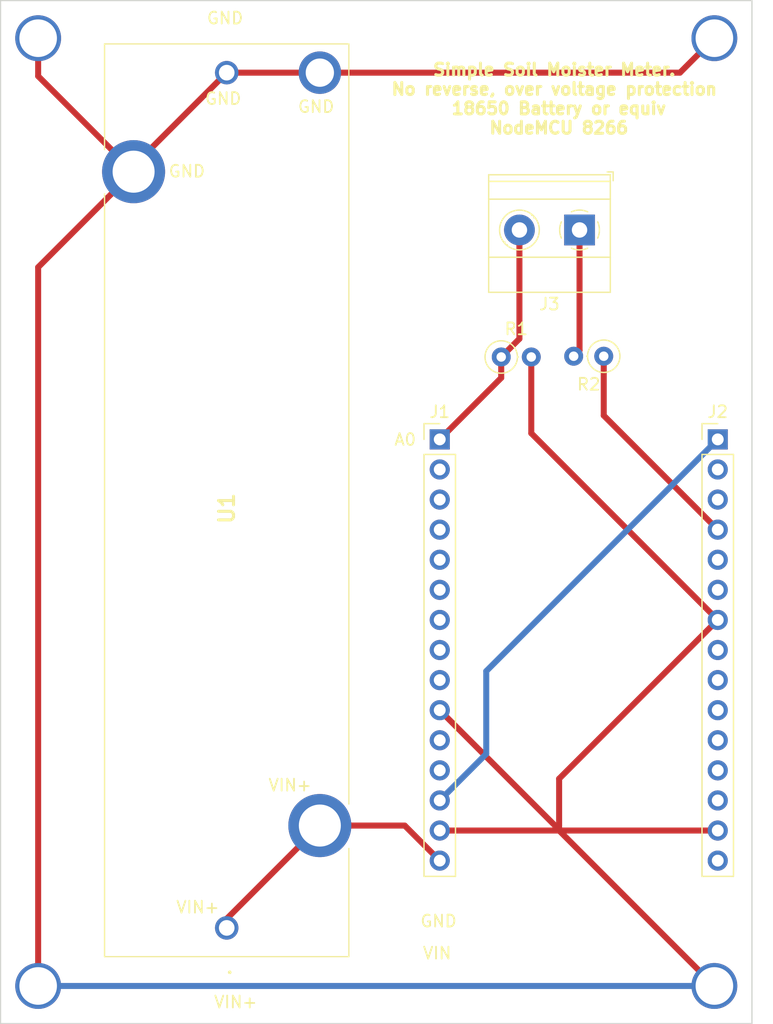
<source format=kicad_pcb>
(kicad_pcb (version 20211014) (generator pcbnew)
  (layers (0 "F.Cu" signal) (31 "B.Cu" signal) (34 "B.Paste" user) (35 "F.Paste" user) (36 "B.SilkS" user "B.Silkscreen") (37 "F.SilkS" user "F.Silkscreen") (38 "B.Mask" user) (39 "F.Mask" user) (44 "Edge.Cuts" user))
  (net 0 "")
  (net 1 "A0")
  (net 2 "RSV1")
  (net 3 "RSV2")
  (net 4 "SD3")
  (net 5 "SD2")
  (net 6 "SD1")
  (net 7 "CMD")
  (net 8 "SDO")
  (net 9 "CLK")
  (net 10 "GND")
  (net 11 "3V#3")
  (net 12 "EN")
  (net 13 "DO")
  (net 14 "VIN")
  (net 15 "D1")
  (net 16 "D2")
  (net 17 "D3")
  (net 18 "D4")
  (net 19 "3V#1")
  (net 20 "D5")
  (net 21 "D6")
  (net 22 "D7")
  (net 23 "D8")
  (net 24 "RX")
  (net 25 "TX")
  (net 26 "3V#2")
  (net 27 "Net-(R2-Pad2)")
  (footprint "Connector_PinHeader_2.54mm:PinHeader_1x15_P2.54mm_Vertical" (layer "F.Cu") (at 174.909169 87.843538)
    (fp_text reference "J2" (at 0 -2.33) (layer "F.SilkS"))
    (fp_text value "Conn_01x15")
    (fp_line (start -1.33 1.27) (end -1.33 36.89) (layer "F.SilkS") (width 0.12))
    (fp_line (start 1.33 1.27) (end 1.33 36.89) (layer "F.SilkS") (width 0.12))
    (fp_line (start -1.33 0) (end -1.33 -1.33) (layer "F.SilkS") (width 0.12))
    (fp_line (start -1.33 36.89) (end 1.33 36.89) (layer "F.SilkS") (width 0.12))
    (fp_line (start -1.33 1.27) (end 1.33 1.27) (layer "F.SilkS") (width 0.12))
    (fp_line (start -1.33 -1.33) (end 0 -1.33) (layer "F.SilkS") (width 0.12))
    (pad "1" thru_hole rect locked (at 0 0) (size 1.7 1.7) (drill 1) (layers *.Cu *.Mask) (net 13 "DO"))
    (pad "2" thru_hole oval locked (at 0 2.54) (size 1.7 1.7) (drill 1) (layers *.Cu *.Mask) (net 15 "D1"))
    (pad "3" thru_hole oval locked (at 0 5.08) (size 1.7 1.7) (drill 1) (layers *.Cu *.Mask) (net 16 "D2"))
    (pad "4" thru_hole oval locked (at 0 7.62) (size 1.7 1.7) (drill 1) (layers *.Cu *.Mask) (net 17 "D3"))
    (pad "5" thru_hole oval locked (at 0 10.16) (size 1.7 1.7) (drill 1) (layers *.Cu *.Mask) (net 18 "D4"))
    (pad "6" thru_hole oval locked (at 0 12.7) (size 1.7 1.7) (drill 1) (layers *.Cu *.Mask) (net 19 "3V#1"))
    (pad "7" thru_hole oval locked (at 0 15.24) (size 1.7 1.7) (drill 1) (layers *.Cu *.Mask) (net 10 "GND"))
    (pad "8" thru_hole oval locked (at 0 17.78) (size 1.7 1.7) (drill 1) (layers *.Cu *.Mask) (net 20 "D5"))
    (pad "9" thru_hole oval locked (at 0 20.32) (size 1.7 1.7) (drill 1) (layers *.Cu *.Mask) (net 21 "D6"))
    (pad "10" thru_hole oval locked (at 0 22.86) (size 1.7 1.7) (drill 1) (layers *.Cu *.Mask) (net 22 "D7"))
    (pad "11" thru_hole oval locked (at 0 25.4) (size 1.7 1.7) (drill 1) (layers *.Cu *.Mask) (net 23 "D8"))
    (pad "12" thru_hole oval locked (at 0 27.94) (size 1.7 1.7) (drill 1) (layers *.Cu *.Mask) (net 24 "RX"))
    (pad "13" thru_hole oval locked (at 0 30.48) (size 1.7 1.7) (drill 1) (layers *.Cu *.Mask) (net 25 "TX"))
    (pad "14" thru_hole oval locked (at 0 33.02) (size 1.7 1.7) (drill 1) (layers *.Cu *.Mask) (net 10 "GND"))
    (pad "15" thru_hole oval locked (at 0 35.56) (size 1.7 1.7) (drill 1) (layers *.Cu *.Mask) (net 26 "3V#2"))
  )
  (footprint "Resistor_THT:R_Axial_DIN0207_L6.3mm_D2.5mm_P2.54mm_Vertical" (layer "F.Cu") (at 165.273403 80.822193 180)
    (fp_text reference "R2" (at 1.27 -2.37) (layer "F.SilkS"))
    (fp_text value "10K")
    (fp_line (start 1.37 0) (end 1.44 0) (layer "F.SilkS") (width 0.12))
    (fp_circle (center 0 0) (end 1.37 0) (layer "F.SilkS") (width 0.12) (fill none))
    (pad "1" thru_hole circle locked (at 0 0 180) (size 1.6 1.6) (drill 0.8) (layers *.Cu *.Mask) (net 17 "D3"))
    (pad "2" thru_hole oval locked (at 2.54 0 180) (size 1.6 1.6) (drill 0.8) (layers *.Cu *.Mask) (net 27 "Net-(R2-Pad2)"))
  )
  (footprint "Resistor_THT:R_Axial_DIN0207_L6.3mm_D2.5mm_P2.54mm_Vertical" (layer "F.Cu") (at 156.610887 80.886404)
    (fp_text reference "R1" (at 1.27 -2.37) (layer "F.SilkS"))
    (fp_text value "1M")
    (fp_line (start 1.37 0) (end 1.44 0) (layer "F.SilkS") (width 0.12))
    (fp_circle (center 0 0) (end 1.37 0) (layer "F.SilkS") (width 0.12) (fill none))
    (pad "1" thru_hole circle locked (at 0 0) (size 1.6 1.6) (drill 0.8) (layers *.Cu *.Mask) (net 1 "A0"))
    (pad "2" thru_hole oval locked (at 2.54 0) (size 1.6 1.6) (drill 0.8) (layers *.Cu *.Mask) (net 10 "GND"))
  )
  (footprint "TerminalBlock_Phoenix:TerminalBlock_Phoenix_MKDS-1,5-2-5.08_1x02_P5.08mm_Horizontal" (layer "F.Cu") (at 163.229139 70.164314 180)
    (fp_text reference "J3" (at 2.54 -6.26 180) (layer "F.SilkS"))
    (fp_text value "Screw_Terminal_01x02")
    (fp_line (start 7.68 -5.261) (end 7.68 4.66) (layer "F.SilkS") (width 0.12))
    (fp_line (start 6.355 -1.069) (end 6.308 -1.023) (layer "F.SilkS") (width 0.12))
    (fp_line (start 4.046 1.239) (end 4.011 1.274) (layer "F.SilkS") (width 0.12))
    (fp_line (start -2.6 4.1) (end 7.68 4.1) (layer "F.SilkS") (width 0.12))
    (fp_line (start -2.6 2.6) (end 7.68 2.6) (layer "F.SilkS") (width 0.12))
    (fp_line (start -2.6 -2.301) (end 7.68 -2.301) (layer "F.SilkS") (width 0.12))
    (fp_line (start 6.15 -1.275) (end 6.115 -1.239) (layer "F.SilkS") (width 0.12))
    (fp_line (start -2.6 -5.261) (end -2.6 4.66) (layer "F.SilkS") (width 0.12))
    (fp_line (start -2.6 4.66) (end 7.68 4.66) (layer "F.SilkS") (width 0.12))
    (fp_line (start -2.84 4.9) (end -2.34 4.9) (layer "F.SilkS") (width 0.12))
    (fp_line (start -2.6 -5.261) (end 7.68 -5.261) (layer "F.SilkS") (width 0.12))
    (fp_line (start 3.853 1.023) (end 3.806 1.069) (layer "F.SilkS") (width 0.12))
    (fp_line (start -2.84 4.16) (end -2.84 4.9) (layer "F.SilkS") (width 0.12))
    (fp_arc (start 0.028805 1.680253) (mid -0.335551 1.646659) (end -0.684 1.535) (layer "F.SilkS") (width 0.12))
    (fp_arc (start 0.683318 1.534756) (mid 0.349292 1.643288) (end 0 1.68) (layer "F.SilkS") (width 0.12))
    (fp_arc (start -1.535427 0.683042) (mid -1.680501 -0.000524) (end -1.535 -0.684) (layer "F.SilkS") (width 0.12))
    (fp_arc (start 1.535427 -0.683042) (mid 1.680501 0.000524) (end 1.535 0.684) (layer "F.SilkS") (width 0.12))
    (fp_arc (start -0.683042 -1.535427) (mid 0.000524 -1.680501) (end 0.684 -1.535) (layer "F.SilkS") (width 0.12))
    (fp_circle (center 5.08 0) (end 6.76 0) (layer "F.SilkS") (width 0.12) (fill none))
    (pad "1" thru_hole rect locked (at 0 0 180) (size 2.6 2.6) (drill 1.3) (layers *.Cu *.Mask) (net 27 "Net-(R2-Pad2)"))
    (pad "2" thru_hole circle locked (at 5.08 0 180) (size 2.6 2.6) (drill 1.3) (layers *.Cu *.Mask) (net 1 "A0"))
  )
  (footprint "Connector_PinHeader_2.54mm:PinHeader_1x15_P2.54mm_Vertical" (layer "F.Cu") (at 151.414169 87.843538)
    (fp_text reference "J1" (at 0 -2.33) (layer "F.SilkS"))
    (fp_text value "Conn_01x15")
    (fp_line (start 1.33 1.27) (end 1.33 36.89) (layer "F.SilkS") (width 0.12))
    (fp_line (start -1.33 -1.33) (end 0 -1.33) (layer "F.SilkS") (width 0.12))
    (fp_line (start -1.33 1.27) (end -1.33 36.89) (layer "F.SilkS") (width 0.12))
    (fp_line (start -1.33 1.27) (end 1.33 1.27) (layer "F.SilkS") (width 0.12))
    (fp_line (start -1.33 0) (end -1.33 -1.33) (layer "F.SilkS") (width 0.12))
    (fp_line (start -1.33 36.89) (end 1.33 36.89) (layer "F.SilkS") (width 0.12))
    (pad "1" thru_hole rect locked (at 0 0) (size 1.7 1.7) (drill 1) (layers *.Cu *.Mask) (net 1 "A0"))
    (pad "2" thru_hole oval locked (at 0 2.54) (size 1.7 1.7) (drill 1) (layers *.Cu *.Mask) (net 2 "RSV1"))
    (pad "3" thru_hole oval locked (at 0 5.08) (size 1.7 1.7) (drill 1) (layers *.Cu *.Mask) (net 3 "RSV2"))
    (pad "4" thru_hole oval locked (at 0 7.62) (size 1.7 1.7) (drill 1) (layers *.Cu *.Mask) (net 4 "SD3"))
    (pad "5" thru_hole oval locked (at 0 10.16) (size 1.7 1.7) (drill 1) (layers *.Cu *.Mask) (net 5 "SD2"))
    (pad "6" thru_hole oval locked (at 0 12.7) (size 1.7 1.7) (drill 1) (layers *.Cu *.Mask) (net 6 "SD1"))
    (pad "7" thru_hole oval locked (at 0 15.24) (size 1.7 1.7) (drill 1) (layers *.Cu *.Mask) (net 7 "CMD"))
    (pad "8" thru_hole oval locked (at 0 17.78) (size 1.7 1.7) (drill 1) (layers *.Cu *.Mask) (net 8 "SDO"))
    (pad "9" thru_hole oval locked (at 0 20.32) (size 1.7 1.7) (drill 1) (layers *.Cu *.Mask) (net 9 "CLK"))
    (pad "10" thru_hole oval locked (at 0 22.86) (size 1.7 1.7) (drill 1) (layers *.Cu *.Mask) (net 10 "GND"))
    (pad "11" thru_hole oval locked (at 0 25.4) (size 1.7 1.7) (drill 1) (layers *.Cu *.Mask) (net 11 "3V#3"))
    (pad "12" thru_hole oval locked (at 0 27.94) (size 1.7 1.7) (drill 1) (layers *.Cu *.Mask) (net 12 "EN"))
    (pad "13" thru_hole oval locked (at 0 30.48) (size 1.7 1.7) (drill 1) (layers *.Cu *.Mask) (net 13 "DO"))
    (pad "14" thru_hole oval locked (at 0 33.02) (size 1.7 1.7) (drill 1) (layers *.Cu *.Mask) (net 10 "GND"))
    (pad "15" thru_hole oval locked (at 0 35.56) (size 1.7 1.7) (drill 1) (layers *.Cu *.Mask) (net 14 "VIN"))
  )
  (footprint "SamacSys_Parts:1043" (layer "F.Cu") (at 133.410944 129.084219 90)
    (fp_text reference "U1" (at 35.413 0 90) (layer "F.SilkS") (effects (font (size 1.27 1.27) (thickness 0.254))))
    (fp_text value "1043" hide)
    (fp_line (start -2.425 -10.325) (end -2.425 10.325) (layer "F.SilkS") (width 0.1))
    (fp_line (start 74.625 10.325) (end 10.46 10.325) (layer "F.SilkS") (width 0.1))
    (fp_line (start 74.625 -10.325) (end 74.625 -10.325) (layer "F.SilkS") (width 0.1))
    (fp_line (start 74.625 10.325) (end 74.625 -10.325) (layer "F.SilkS") (width 0.1))
    (fp_line (start -3.7 0.25) (end -3.7 0.25) (layer "F.SilkS") (width 0.2))
    (fp_line (start -2.425 10.325) (end -2.425 -10.325) (layer "F.SilkS") (width 0.1))
    (fp_line (start 74.625 10.325) (end 74.625 10.325) (layer "F.SilkS") (width 0.1))
    (fp_line (start -2.425 10.325) (end 6.71 10.325) (layer "F.SilkS") (width 0.1))
    (fp_line (start -3.8 0.25) (end -3.8 0.25) (layer "F.SilkS") (width 0.2))
    (fp_line (start 65.71 -10.325) (end 65.71 -10.325) (layer "F.SilkS") (width 0.1))
    (fp_line (start 61.96 -10.325) (end -2.425 -10.325) (layer "F.SilkS") (width 0.1))
    (fp_line (start -2.425 -10.325) (end 61.96 -10.325) (layer "F.SilkS") (width 0.1))
    (fp_line (start -2.425 -10.325) (end -2.425 -10.325) (layer "F.SilkS") (width 0.1))
    (fp_line (start 65.71 -10.325) (end 74.625 -10.325) (layer "F.SilkS") (width 0.1))
    (fp_line (start 10.46 10.325) (end 74.625 10.325) (layer "F.SilkS") (width 0.1))
    (fp_line (start 10.46 10.325) (end 10.46 10.325) (layer "F.SilkS") (width 0.1))
    (fp_line (start -2.425 10.325) (end -2.425 10.325) (layer "F.SilkS") (width 0.1))
    (fp_line (start 6.71 10.325) (end 6.71 10.325) (layer "F.SilkS") (width 0.1))
    (fp_line (start 61.96 -10.325) (end 61.96 -10.325) (layer "F.SilkS") (width 0.1))
    (fp_line (start -2.425 10.325) (end -2.425 10.325) (layer "F.SilkS") (width 0.1))
    (fp_line (start 74.625 -10.325) (end 65.71 -10.325) (layer "F.SilkS") (width 0.1))
    (fp_line (start 74.625 -10.325) (end 74.625 10.325) (layer "F.SilkS") (width 0.1))
    (fp_line (start -3.8 0.25) (end -3.8 0.25) (layer "F.SilkS") (width 0.2))
    (fp_line (start 6.71 10.325) (end -2.425 10.325) (layer "F.SilkS") (width 0.1))
    (fp_line (start 74.625 10.325) (end 74.625 10.325) (layer "F.SilkS") (width 0.1))
    (fp_line (start -2.425 -10.325) (end -2.425 -10.325) (layer "F.SilkS") (width 0.1))
    (fp_line (start 74.625 -10.325) (end 74.625 -10.325) (layer "F.SilkS") (width 0.1))
    (fp_arc (start -3.8 0.25) (mid -3.75 0.2) (end -3.7 0.25) (layer "F.SilkS") (width 0.2))
    (fp_arc (start -3.7 0.25) (mid -3.75 0.3) (end -3.8 0.25) (layer "F.SilkS") (width 0.2))
    (fp_arc (start -3.7 0.25) (mid -3.75 0.3) (end -3.8 0.25) (layer "F.SilkS") (width 0.2))
    (pad "1" thru_hole circle locked (at 0 0 90) (size 1.98 1.98) (drill 1.32) (layers *.Cu *.Mask) (net 14 "VIN"))
    (pad "2" thru_hole circle locked (at 72.2 0 90) (size 1.98 1.98) (drill 1.32) (layers *.Cu *.Mask) (net 10 "GND"))
    (pad "MH1" thru_hole circle locked (at 8.64 7.87 90) (size 5.325 5.325) (drill 3.55) (layers *.Cu *.Mask) (net 14 "VIN"))
    (pad "MH2" thru_hole circle locked (at 72.2 7.87 90) (size 3.585 3.585) (drill 2.39) (layers *.Cu *.Mask) (net 10 "GND"))
    (pad "MH3" thru_hole circle locked (at 63.84 -7.87 90) (size 5.325 5.325) (drill 3.55) (layers *.Cu *.Mask) (net 10 "GND"))
  )
  (gr_line (start 177.8 137.16) (end 177.8 50.8) (layer "Edge.Cuts") (width 0.1))
  (gr_line (start 114.3 50.8) (end 114.3 137.16) (layer "Edge.Cuts") (width 0.1))
  (gr_line (start 114.3 50.8) (end 177.8 50.8) (layer "Edge.Cuts") (width 0.1))
  (gr_line (start 114.3 137.16) (end 177.8 137.16) (layer "Edge.Cuts") (width 0.1))
  (gr_text "GND" (at 133.272651 52.279804) (layer "F.SilkS") (effects (font (size 1 1))))
  (gr_text "VIN" (at 151.195027 131.216615) (layer "F.SilkS") (effects (font (size 1 1))))
  (gr_text "VIN+" (at 130.966741 127.336668) (layer "F.SilkS") (effects (font (size 1 1))))
  (gr_text "Simple Soil Moister Meter. \nNo reverse, over voltage protection \n18650 Battery or equiv\nNodeMCU 8266" (at 161.483382 59.089595) (layer "F.SilkS") (effects (font (size 1.016 1.016) (thickness 0.254))))
  (gr_text "GND" (at 130.045809 65.207218) (layer "F.SilkS") (effects (font (size 1 1))))
  (gr_text "GND" (at 133.112311 59.074212) (layer "F.SilkS") (effects (font (size 1 1))))
  (gr_text "VIN+" (at 134.165247 135.344229) (layer "F.SilkS") (effects (font (size 1 1))))
  (gr_text "GND" (at 151.315282 128.510877) (layer "F.SilkS") (effects (font (size 1 1))))
  (gr_text "VIN+" (at 138.76335 117.034898) (layer "F.SilkS") (effects (font (size 1 1))))
  (gr_text "A0" (at 148.495237 87.856853) (layer "F.SilkS") (effects (font (size 1 1))))
  (gr_text "GND" (at 140.968972 59.755657) (layer "F.SilkS") (effects (font (size 1 1))))
  (segment (start 156.610887 80.886404) (end 156.610887 82.64682) (width 0.508) (layer "F.Cu") (net 1))
  (segment (start 158.149139 79.348152) (end 156.610887 80.886404) (width 0.508) (layer "F.Cu") (net 1))
  (segment (start 158.149139 70.164314) (end 158.149139 79.348152) (width 0.508) (layer "F.Cu") (net 1))
  (segment (start 156.610887 82.64682) (end 151.414169 87.843538) (width 0.508) (layer "F.Cu") (net 1))
  (segment (start 151.414169 120.863538) (end 161.503538 120.863538) (width 0.508) (layer "F.Cu") (net 10))
  (segment (start 174.909169 103.083538) (end 161.503538 116.489169) (width 0.508) (layer "F.Cu") (net 10))
  (segment (start 161.503538 120.863538) (end 161.503538 120.792907) (width 0.508) (layer "F.Cu") (net 10))
  (segment (start 117.475 73.310163) (end 117.475 133.985) (width 0.508) (layer "F.Cu") (net 10))
  (segment (start 125.540944 64.754219) (end 125.540944 65.244219) (width 0.508) (layer "F.Cu") (net 10))
  (segment (start 117.475 57.178275) (end 125.540944 65.244219) (width 0.508) (layer "F.Cu") (net 10))
  (segment (start 174.909169 120.863538) (end 161.503538 120.863538) (width 0.508) (layer "F.Cu") (net 10))
  (segment (start 171.715781 56.884219) (end 141.280944 56.884219) (width 0.508) (layer "F.Cu") (net 10))
  (segment (start 161.503538 120.792907) (end 151.414169 110.703538) (width 0.508) (layer "F.Cu") (net 10))
  (segment (start 125.540944 65.244219) (end 117.475 73.310163) (width 0.508) (layer "F.Cu") (net 10))
  (segment (start 159.150887 80.886404) (end 159.150887 87.325256) (width 0.508) (layer "F.Cu") (net 10))
  (segment (start 117.475 53.975) (end 117.475 57.178275) (width 0.508) (layer "F.Cu") (net 10))
  (segment (start 141.280944 56.884219) (end 133.410944 56.884219) (width 0.508) (layer "F.Cu") (net 10))
  (segment (start 174.625 53.975) (end 171.715781 56.884219) (width 0.508) (layer "F.Cu") (net 10))
  (segment (start 161.503538 120.863538) (end 174.625 133.985) (width 0.508) (layer "F.Cu") (net 10))
  (segment (start 133.410944 56.884219) (end 125.540944 64.754219) (width 0.508) (layer "F.Cu") (net 10))
  (segment (start 161.503538 116.489169) (end 161.503538 120.792907) (width 0.508) (layer "F.Cu") (net 10))
  (segment (start 159.150887 87.325256) (end 174.909169 103.083538) (width 0.508) (layer "F.Cu") (net 10))
  (via (at 117.475 53.975) (size 3.8736) (drill 3.175) (layers "F.Cu" "B.Cu") (net 10))
  (via (at 174.625 53.975) (size 3.8736) (drill 3.175) (layers "F.Cu" "B.Cu") (net 10))
  (via (at 174.625 133.985) (size 3.8736) (drill 3.175) (layers "F.Cu" "B.Cu") (net 10))
  (via (at 117.475 133.985) (size 3.8736) (drill 3.175) (layers "F.Cu" "B.Cu") (net 10))
  (segment (start 117.475 133.985) (end 174.625 133.985) (width 0.508) (layer "B.Cu") (net 10))
  (segment (start 155.345537 114.39217) (end 151.414169 118.323538) (width 0.508) (layer "B.Cu") (net 13))
  (segment (start 174.909169 87.843538) (end 155.345537 107.40717) (width 0.508) (layer "B.Cu") (net 13))
  (segment (start 155.345537 107.40717) (end 155.345537 114.39217) (width 0.508) (layer "B.Cu") (net 13))
  (segment (start 141.280944 120.444219) (end 148.45485 120.444219) (width 0.508) (layer "F.Cu") (net 14))
  (segment (start 133.410944 128.314219) (end 133.410944 129.084219) (width 0.508) (layer "F.Cu") (net 14))
  (segment (start 141.280944 120.444219) (end 133.410944 128.314219) (width 0.508) (layer "F.Cu") (net 14))
  (segment (start 148.45485 120.444219) (end 151.414169 123.403538) (width 0.508) (layer "F.Cu") (net 14))
  (segment (start 165.273403 85.827772) (end 174.909169 95.463538) (width 0.508) (layer "F.Cu") (net 17))
  (segment (start 165.273403 80.822193) (end 165.273403 85.827772) (width 0.508) (layer "F.Cu") (net 17))
  (segment (start 163.229139 80.326457) (end 162.733403 80.822193) (width 0.508) (layer "F.Cu") (net 27))
  (segment (start 163.229139 70.164314) (end 163.229139 80.326457) (width 0.508) (layer "F.Cu") (net 27))
)
</source>
